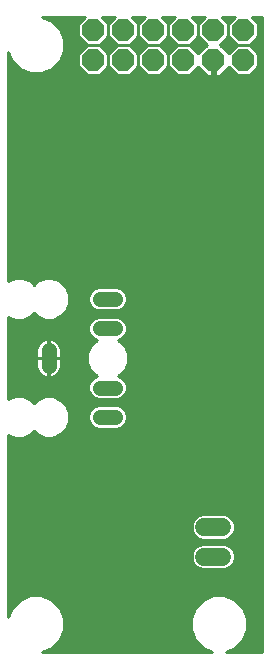
<source format=gbl>
G75*
%MOIN*%
%OFA0B0*%
%FSLAX25Y25*%
%IPPOS*%
%LPD*%
%AMOC8*
5,1,8,0,0,1.08239X$1,22.5*
%
%ADD10C,0.05118*%
%ADD11OC8,0.07400*%
%ADD12C,0.05937*%
%ADD13C,0.01000*%
D10*
X0046689Y0093075D02*
X0051807Y0093075D01*
X0051807Y0102917D02*
X0046689Y0102917D01*
X0046689Y0122602D02*
X0051807Y0122602D01*
X0051807Y0132445D02*
X0046689Y0132445D01*
X0029563Y0115319D02*
X0029563Y0110201D01*
D11*
X0044453Y0212091D03*
X0044453Y0222091D03*
X0054453Y0222091D03*
X0054453Y0212091D03*
X0064453Y0212091D03*
X0064453Y0222091D03*
X0074453Y0222091D03*
X0074453Y0212091D03*
X0084453Y0212091D03*
X0084453Y0222091D03*
X0094453Y0222091D03*
X0094453Y0212091D03*
D12*
X0087402Y0056421D02*
X0081465Y0056421D01*
X0081465Y0046579D02*
X0087402Y0046579D01*
D13*
X0016000Y0026403D02*
X0016000Y0087188D01*
X0018355Y0086213D01*
X0021085Y0086213D01*
X0023608Y0087257D01*
X0024642Y0088291D01*
X0025676Y0087257D01*
X0028198Y0086213D01*
X0030928Y0086213D01*
X0033450Y0087257D01*
X0035380Y0089188D01*
X0036425Y0091710D01*
X0036425Y0094440D01*
X0035380Y0096962D01*
X0033450Y0098892D01*
X0030928Y0099937D01*
X0028198Y0099937D01*
X0025676Y0098892D01*
X0024642Y0097858D01*
X0023608Y0098892D01*
X0021085Y0099937D01*
X0018355Y0099937D01*
X0016000Y0098961D01*
X0016000Y0126558D01*
X0018355Y0125583D01*
X0021085Y0125583D01*
X0023608Y0126627D01*
X0024642Y0127662D01*
X0025676Y0126627D01*
X0028198Y0125583D01*
X0030928Y0125583D01*
X0033450Y0126627D01*
X0035380Y0128558D01*
X0036425Y0131080D01*
X0036425Y0133810D01*
X0035380Y0136332D01*
X0033450Y0138262D01*
X0030928Y0139307D01*
X0028198Y0139307D01*
X0025676Y0138262D01*
X0024642Y0137228D01*
X0023608Y0138262D01*
X0021085Y0139307D01*
X0018355Y0139307D01*
X0016000Y0138331D01*
X0016000Y0214865D01*
X0017289Y0211752D01*
X0019941Y0209100D01*
X0023405Y0207666D01*
X0027154Y0207666D01*
X0030618Y0209100D01*
X0033270Y0211752D01*
X0034705Y0215216D01*
X0034705Y0218965D01*
X0033270Y0222429D01*
X0030618Y0225081D01*
X0027505Y0226370D01*
X0041661Y0226370D01*
X0039453Y0224162D01*
X0039453Y0220019D01*
X0042382Y0217091D01*
X0046524Y0217091D01*
X0049453Y0220019D01*
X0052382Y0217091D01*
X0056524Y0217091D01*
X0059453Y0220019D01*
X0062382Y0217091D01*
X0066524Y0217091D01*
X0069453Y0220019D01*
X0072382Y0217091D01*
X0076524Y0217091D01*
X0079453Y0220019D01*
X0082240Y0217232D01*
X0079311Y0214303D01*
X0076524Y0217091D01*
X0072382Y0217091D01*
X0069453Y0214162D01*
X0069453Y0210019D01*
X0072382Y0207091D01*
X0076524Y0207091D01*
X0079311Y0209878D01*
X0082299Y0206891D01*
X0083953Y0206891D01*
X0083953Y0211590D01*
X0084953Y0211590D01*
X0084953Y0206891D01*
X0086607Y0206891D01*
X0089594Y0209878D01*
X0092382Y0207091D01*
X0096524Y0207091D01*
X0099453Y0210019D01*
X0099453Y0214162D01*
X0096524Y0217091D01*
X0099453Y0220019D01*
X0099453Y0224162D01*
X0097244Y0226370D01*
X0100701Y0226370D01*
X0100701Y0014898D01*
X0088529Y0014898D01*
X0091642Y0016187D01*
X0094293Y0018838D01*
X0095728Y0022302D01*
X0095728Y0026052D01*
X0094293Y0029516D01*
X0091642Y0032167D01*
X0088178Y0033602D01*
X0084428Y0033602D01*
X0080964Y0032167D01*
X0078313Y0029516D01*
X0076878Y0026052D01*
X0076878Y0022302D01*
X0078313Y0018838D01*
X0080964Y0016187D01*
X0084077Y0014898D01*
X0027505Y0014898D01*
X0030618Y0016187D01*
X0033270Y0018838D01*
X0034705Y0022302D01*
X0034705Y0026052D01*
X0033270Y0029516D01*
X0030618Y0032167D01*
X0027154Y0033602D01*
X0023405Y0033602D01*
X0019941Y0032167D01*
X0017289Y0029516D01*
X0016000Y0026403D01*
X0016000Y0027372D02*
X0016401Y0027372D01*
X0016000Y0028370D02*
X0016815Y0028370D01*
X0017229Y0029369D02*
X0016000Y0029369D01*
X0016000Y0030368D02*
X0018141Y0030368D01*
X0019139Y0031366D02*
X0016000Y0031366D01*
X0016000Y0032365D02*
X0020417Y0032365D01*
X0022828Y0033363D02*
X0016000Y0033363D01*
X0016000Y0034362D02*
X0100701Y0034362D01*
X0100701Y0035360D02*
X0016000Y0035360D01*
X0016000Y0036359D02*
X0100701Y0036359D01*
X0100701Y0037357D02*
X0016000Y0037357D01*
X0016000Y0038356D02*
X0100701Y0038356D01*
X0100701Y0039354D02*
X0016000Y0039354D01*
X0016000Y0040353D02*
X0100701Y0040353D01*
X0100701Y0041351D02*
X0016000Y0041351D01*
X0016000Y0042350D02*
X0080520Y0042350D01*
X0080616Y0042310D02*
X0088251Y0042310D01*
X0089819Y0042960D01*
X0091020Y0044161D01*
X0091670Y0045730D01*
X0091670Y0047428D01*
X0091020Y0048997D01*
X0089819Y0050197D01*
X0088251Y0050847D01*
X0080616Y0050847D01*
X0079047Y0050197D01*
X0077846Y0048997D01*
X0077196Y0047428D01*
X0077196Y0045730D01*
X0077846Y0044161D01*
X0079047Y0042960D01*
X0080616Y0042310D01*
X0078659Y0043348D02*
X0016000Y0043348D01*
X0016000Y0044347D02*
X0077769Y0044347D01*
X0077355Y0045345D02*
X0016000Y0045345D01*
X0016000Y0046344D02*
X0077196Y0046344D01*
X0077196Y0047342D02*
X0016000Y0047342D01*
X0016000Y0048341D02*
X0077574Y0048341D01*
X0078188Y0049339D02*
X0016000Y0049339D01*
X0016000Y0050338D02*
X0079385Y0050338D01*
X0080176Y0052335D02*
X0016000Y0052335D01*
X0016000Y0053333D02*
X0078516Y0053333D01*
X0079047Y0052803D02*
X0080616Y0052153D01*
X0088251Y0052153D01*
X0089819Y0052803D01*
X0091020Y0054003D01*
X0091670Y0055572D01*
X0091670Y0057270D01*
X0091020Y0058839D01*
X0089819Y0060040D01*
X0088251Y0060690D01*
X0080616Y0060690D01*
X0079047Y0060040D01*
X0077846Y0058839D01*
X0077196Y0057270D01*
X0077196Y0055572D01*
X0077846Y0054003D01*
X0079047Y0052803D01*
X0077710Y0054332D02*
X0016000Y0054332D01*
X0016000Y0055330D02*
X0077296Y0055330D01*
X0077196Y0056329D02*
X0016000Y0056329D01*
X0016000Y0057327D02*
X0077220Y0057327D01*
X0077633Y0058326D02*
X0016000Y0058326D01*
X0016000Y0059324D02*
X0078331Y0059324D01*
X0079730Y0060323D02*
X0016000Y0060323D01*
X0016000Y0061321D02*
X0100701Y0061321D01*
X0100701Y0060323D02*
X0089136Y0060323D01*
X0090535Y0059324D02*
X0100701Y0059324D01*
X0100701Y0058326D02*
X0091233Y0058326D01*
X0091646Y0057327D02*
X0100701Y0057327D01*
X0100701Y0056329D02*
X0091670Y0056329D01*
X0091570Y0055330D02*
X0100701Y0055330D01*
X0100701Y0054332D02*
X0091156Y0054332D01*
X0090350Y0053333D02*
X0100701Y0053333D01*
X0100701Y0052335D02*
X0088690Y0052335D01*
X0089481Y0050338D02*
X0100701Y0050338D01*
X0100701Y0051336D02*
X0016000Y0051336D01*
X0016000Y0062320D02*
X0100701Y0062320D01*
X0100701Y0063318D02*
X0016000Y0063318D01*
X0016000Y0064317D02*
X0100701Y0064317D01*
X0100701Y0065315D02*
X0016000Y0065315D01*
X0016000Y0066314D02*
X0100701Y0066314D01*
X0100701Y0067312D02*
X0016000Y0067312D01*
X0016000Y0068311D02*
X0100701Y0068311D01*
X0100701Y0069309D02*
X0016000Y0069309D01*
X0016000Y0070308D02*
X0100701Y0070308D01*
X0100701Y0071306D02*
X0016000Y0071306D01*
X0016000Y0072305D02*
X0100701Y0072305D01*
X0100701Y0073303D02*
X0016000Y0073303D01*
X0016000Y0074302D02*
X0100701Y0074302D01*
X0100701Y0075301D02*
X0016000Y0075301D01*
X0016000Y0076299D02*
X0100701Y0076299D01*
X0100701Y0077298D02*
X0016000Y0077298D01*
X0016000Y0078296D02*
X0100701Y0078296D01*
X0100701Y0079295D02*
X0016000Y0079295D01*
X0016000Y0080293D02*
X0100701Y0080293D01*
X0100701Y0081292D02*
X0016000Y0081292D01*
X0016000Y0082290D02*
X0100701Y0082290D01*
X0100701Y0083289D02*
X0016000Y0083289D01*
X0016000Y0084287D02*
X0100701Y0084287D01*
X0100701Y0085286D02*
X0016000Y0085286D01*
X0016000Y0086284D02*
X0018183Y0086284D01*
X0021258Y0086284D02*
X0028025Y0086284D01*
X0025651Y0087283D02*
X0023633Y0087283D01*
X0024631Y0088281D02*
X0024652Y0088281D01*
X0025050Y0098266D02*
X0024234Y0098266D01*
X0022708Y0099265D02*
X0026575Y0099265D01*
X0028379Y0106298D02*
X0027640Y0106604D01*
X0026975Y0107048D01*
X0026410Y0107613D01*
X0025966Y0108278D01*
X0025660Y0109017D01*
X0025504Y0109801D01*
X0025504Y0112669D01*
X0029472Y0112669D01*
X0029472Y0112850D01*
X0025504Y0112850D01*
X0025504Y0115719D01*
X0025660Y0116503D01*
X0025966Y0117242D01*
X0026410Y0117906D01*
X0026975Y0118472D01*
X0027640Y0118916D01*
X0028379Y0119222D01*
X0029163Y0119378D01*
X0029472Y0119378D01*
X0029472Y0112850D01*
X0029654Y0112850D01*
X0033622Y0112850D01*
X0033622Y0115719D01*
X0033466Y0116503D01*
X0033160Y0117242D01*
X0032716Y0117906D01*
X0032150Y0118472D01*
X0031486Y0118916D01*
X0030747Y0119222D01*
X0029963Y0119378D01*
X0029654Y0119378D01*
X0029654Y0112850D01*
X0029654Y0112669D01*
X0033622Y0112669D01*
X0033622Y0109801D01*
X0033466Y0109017D01*
X0033160Y0108278D01*
X0032716Y0107613D01*
X0032150Y0107048D01*
X0031486Y0106604D01*
X0030747Y0106298D01*
X0029963Y0106142D01*
X0029654Y0106142D01*
X0029654Y0112669D01*
X0029472Y0112669D01*
X0029472Y0106142D01*
X0029163Y0106142D01*
X0028379Y0106298D01*
X0028597Y0106254D02*
X0016000Y0106254D01*
X0016000Y0105256D02*
X0043570Y0105256D01*
X0043417Y0105103D02*
X0042830Y0103685D01*
X0042830Y0102150D01*
X0043417Y0100731D01*
X0044503Y0099646D01*
X0045921Y0099058D01*
X0052575Y0099058D01*
X0053993Y0099646D01*
X0055079Y0100731D01*
X0055666Y0102150D01*
X0055666Y0103685D01*
X0055079Y0105103D01*
X0053993Y0106189D01*
X0052655Y0106743D01*
X0053135Y0106942D01*
X0055066Y0108873D01*
X0056110Y0111395D01*
X0056110Y0114125D01*
X0055066Y0116647D01*
X0053135Y0118577D01*
X0052655Y0118776D01*
X0053993Y0119331D01*
X0055079Y0120416D01*
X0055666Y0121835D01*
X0055666Y0123370D01*
X0055079Y0124788D01*
X0053993Y0125874D01*
X0052575Y0126461D01*
X0045921Y0126461D01*
X0044503Y0125874D01*
X0043417Y0124788D01*
X0042830Y0123370D01*
X0042830Y0121835D01*
X0043417Y0120416D01*
X0044503Y0119331D01*
X0045841Y0118776D01*
X0045361Y0118577D01*
X0043431Y0116647D01*
X0042386Y0114125D01*
X0042386Y0111395D01*
X0043431Y0108873D01*
X0045361Y0106942D01*
X0045841Y0106743D01*
X0044503Y0106189D01*
X0043417Y0105103D01*
X0043067Y0104257D02*
X0016000Y0104257D01*
X0016000Y0103259D02*
X0042830Y0103259D01*
X0042830Y0102260D02*
X0016000Y0102260D01*
X0016000Y0101262D02*
X0043198Y0101262D01*
X0043885Y0100263D02*
X0016000Y0100263D01*
X0016000Y0099265D02*
X0016733Y0099265D01*
X0016000Y0107253D02*
X0026771Y0107253D01*
X0025984Y0108251D02*
X0016000Y0108251D01*
X0016000Y0109250D02*
X0025614Y0109250D01*
X0025504Y0110248D02*
X0016000Y0110248D01*
X0016000Y0111247D02*
X0025504Y0111247D01*
X0025504Y0112245D02*
X0016000Y0112245D01*
X0016000Y0113244D02*
X0025504Y0113244D01*
X0025504Y0114242D02*
X0016000Y0114242D01*
X0016000Y0115241D02*
X0025504Y0115241D01*
X0025608Y0116239D02*
X0016000Y0116239D01*
X0016000Y0117238D02*
X0025964Y0117238D01*
X0026740Y0118237D02*
X0016000Y0118237D01*
X0016000Y0119235D02*
X0028445Y0119235D01*
X0029472Y0119235D02*
X0029654Y0119235D01*
X0029654Y0118237D02*
X0029472Y0118237D01*
X0029472Y0117238D02*
X0029654Y0117238D01*
X0029654Y0116239D02*
X0029472Y0116239D01*
X0029472Y0115241D02*
X0029654Y0115241D01*
X0029654Y0114242D02*
X0029472Y0114242D01*
X0029472Y0113244D02*
X0029654Y0113244D01*
X0029654Y0112245D02*
X0029472Y0112245D01*
X0029472Y0111247D02*
X0029654Y0111247D01*
X0029654Y0110248D02*
X0029472Y0110248D01*
X0029472Y0109250D02*
X0029654Y0109250D01*
X0029654Y0108251D02*
X0029472Y0108251D01*
X0029472Y0107253D02*
X0029654Y0107253D01*
X0029654Y0106254D02*
X0029472Y0106254D01*
X0030529Y0106254D02*
X0044661Y0106254D01*
X0045050Y0107253D02*
X0032355Y0107253D01*
X0033142Y0108251D02*
X0044052Y0108251D01*
X0043274Y0109250D02*
X0033512Y0109250D01*
X0033622Y0110248D02*
X0042861Y0110248D01*
X0042447Y0111247D02*
X0033622Y0111247D01*
X0033622Y0112245D02*
X0042386Y0112245D01*
X0042386Y0113244D02*
X0033622Y0113244D01*
X0033622Y0114242D02*
X0042435Y0114242D01*
X0042848Y0115241D02*
X0033622Y0115241D01*
X0033518Y0116239D02*
X0043262Y0116239D01*
X0044022Y0117238D02*
X0033162Y0117238D01*
X0032386Y0118237D02*
X0045020Y0118237D01*
X0044734Y0119235D02*
X0030681Y0119235D01*
X0032478Y0126225D02*
X0045350Y0126225D01*
X0043855Y0125226D02*
X0016000Y0125226D01*
X0016000Y0124228D02*
X0043185Y0124228D01*
X0042830Y0123229D02*
X0016000Y0123229D01*
X0016000Y0122231D02*
X0042830Y0122231D01*
X0043080Y0121232D02*
X0016000Y0121232D01*
X0016000Y0120234D02*
X0043600Y0120234D01*
X0045921Y0128586D02*
X0052575Y0128586D01*
X0053993Y0129173D01*
X0055079Y0130259D01*
X0055666Y0131677D01*
X0055666Y0133212D01*
X0055079Y0134631D01*
X0053993Y0135716D01*
X0052575Y0136304D01*
X0045921Y0136304D01*
X0044503Y0135716D01*
X0043417Y0134631D01*
X0042830Y0133212D01*
X0042830Y0131677D01*
X0043417Y0130259D01*
X0044503Y0129173D01*
X0045921Y0128586D01*
X0044456Y0129220D02*
X0035655Y0129220D01*
X0036068Y0130219D02*
X0043458Y0130219D01*
X0043020Y0131217D02*
X0036425Y0131217D01*
X0036425Y0132216D02*
X0042830Y0132216D01*
X0042831Y0133214D02*
X0036425Y0133214D01*
X0036258Y0134213D02*
X0043244Y0134213D01*
X0043998Y0135211D02*
X0035845Y0135211D01*
X0035431Y0136210D02*
X0045694Y0136210D01*
X0052802Y0136210D02*
X0100701Y0136210D01*
X0100701Y0137208D02*
X0034504Y0137208D01*
X0033506Y0138207D02*
X0100701Y0138207D01*
X0100701Y0139205D02*
X0031174Y0139205D01*
X0027952Y0139205D02*
X0021331Y0139205D01*
X0023663Y0138207D02*
X0025620Y0138207D01*
X0025080Y0127223D02*
X0024203Y0127223D01*
X0022635Y0126225D02*
X0026648Y0126225D01*
X0034046Y0127223D02*
X0100701Y0127223D01*
X0100701Y0126225D02*
X0053146Y0126225D01*
X0054641Y0125226D02*
X0100701Y0125226D01*
X0100701Y0124228D02*
X0055311Y0124228D01*
X0055666Y0123229D02*
X0100701Y0123229D01*
X0100701Y0122231D02*
X0055666Y0122231D01*
X0055416Y0121232D02*
X0100701Y0121232D01*
X0100701Y0120234D02*
X0054896Y0120234D01*
X0053762Y0119235D02*
X0100701Y0119235D01*
X0100701Y0118237D02*
X0053476Y0118237D01*
X0054474Y0117238D02*
X0100701Y0117238D01*
X0100701Y0116239D02*
X0055234Y0116239D01*
X0055648Y0115241D02*
X0100701Y0115241D01*
X0100701Y0114242D02*
X0056062Y0114242D01*
X0056110Y0113244D02*
X0100701Y0113244D01*
X0100701Y0112245D02*
X0056110Y0112245D01*
X0056049Y0111247D02*
X0100701Y0111247D01*
X0100701Y0110248D02*
X0055635Y0110248D01*
X0055222Y0109250D02*
X0100701Y0109250D01*
X0100701Y0108251D02*
X0054444Y0108251D01*
X0053446Y0107253D02*
X0100701Y0107253D01*
X0100701Y0106254D02*
X0053835Y0106254D01*
X0054926Y0105256D02*
X0100701Y0105256D01*
X0100701Y0104257D02*
X0055429Y0104257D01*
X0055666Y0103259D02*
X0100701Y0103259D01*
X0100701Y0102260D02*
X0055666Y0102260D01*
X0055298Y0101262D02*
X0100701Y0101262D01*
X0100701Y0100263D02*
X0054611Y0100263D01*
X0053073Y0099265D02*
X0100701Y0099265D01*
X0100701Y0098266D02*
X0034076Y0098266D01*
X0035075Y0097268D02*
X0100701Y0097268D01*
X0100701Y0096269D02*
X0054070Y0096269D01*
X0053993Y0096346D02*
X0052575Y0096934D01*
X0045921Y0096934D01*
X0044503Y0096346D01*
X0043417Y0095261D01*
X0042830Y0093842D01*
X0042830Y0092307D01*
X0043417Y0090889D01*
X0044503Y0089803D01*
X0045921Y0089216D01*
X0052575Y0089216D01*
X0053993Y0089803D01*
X0055079Y0090889D01*
X0055666Y0092307D01*
X0055666Y0093842D01*
X0055079Y0095261D01*
X0053993Y0096346D01*
X0055069Y0095271D02*
X0100701Y0095271D01*
X0100701Y0094272D02*
X0055488Y0094272D01*
X0055666Y0093274D02*
X0100701Y0093274D01*
X0100701Y0092275D02*
X0055653Y0092275D01*
X0055239Y0091277D02*
X0100701Y0091277D01*
X0100701Y0090278D02*
X0054468Y0090278D01*
X0052729Y0089280D02*
X0100701Y0089280D01*
X0100701Y0088281D02*
X0034474Y0088281D01*
X0035419Y0089280D02*
X0045767Y0089280D01*
X0044028Y0090278D02*
X0035832Y0090278D01*
X0036246Y0091277D02*
X0043257Y0091277D01*
X0042843Y0092275D02*
X0036425Y0092275D01*
X0036425Y0093274D02*
X0042830Y0093274D01*
X0043008Y0094272D02*
X0036425Y0094272D01*
X0036081Y0095271D02*
X0043427Y0095271D01*
X0044426Y0096269D02*
X0035667Y0096269D01*
X0032551Y0099265D02*
X0045423Y0099265D01*
X0033475Y0087283D02*
X0100701Y0087283D01*
X0100701Y0086284D02*
X0031101Y0086284D01*
X0016806Y0126225D02*
X0016000Y0126225D01*
X0016000Y0139205D02*
X0018110Y0139205D01*
X0016000Y0140204D02*
X0100701Y0140204D01*
X0100701Y0141202D02*
X0016000Y0141202D01*
X0016000Y0142201D02*
X0100701Y0142201D01*
X0100701Y0143199D02*
X0016000Y0143199D01*
X0016000Y0144198D02*
X0100701Y0144198D01*
X0100701Y0145196D02*
X0016000Y0145196D01*
X0016000Y0146195D02*
X0100701Y0146195D01*
X0100701Y0147193D02*
X0016000Y0147193D01*
X0016000Y0148192D02*
X0100701Y0148192D01*
X0100701Y0149190D02*
X0016000Y0149190D01*
X0016000Y0150189D02*
X0100701Y0150189D01*
X0100701Y0151187D02*
X0016000Y0151187D01*
X0016000Y0152186D02*
X0100701Y0152186D01*
X0100701Y0153184D02*
X0016000Y0153184D01*
X0016000Y0154183D02*
X0100701Y0154183D01*
X0100701Y0155181D02*
X0016000Y0155181D01*
X0016000Y0156180D02*
X0100701Y0156180D01*
X0100701Y0157178D02*
X0016000Y0157178D01*
X0016000Y0158177D02*
X0100701Y0158177D01*
X0100701Y0159175D02*
X0016000Y0159175D01*
X0016000Y0160174D02*
X0100701Y0160174D01*
X0100701Y0161172D02*
X0016000Y0161172D01*
X0016000Y0162171D02*
X0100701Y0162171D01*
X0100701Y0163170D02*
X0016000Y0163170D01*
X0016000Y0164168D02*
X0100701Y0164168D01*
X0100701Y0165167D02*
X0016000Y0165167D01*
X0016000Y0166165D02*
X0100701Y0166165D01*
X0100701Y0167164D02*
X0016000Y0167164D01*
X0016000Y0168162D02*
X0100701Y0168162D01*
X0100701Y0169161D02*
X0016000Y0169161D01*
X0016000Y0170159D02*
X0100701Y0170159D01*
X0100701Y0171158D02*
X0016000Y0171158D01*
X0016000Y0172156D02*
X0100701Y0172156D01*
X0100701Y0173155D02*
X0016000Y0173155D01*
X0016000Y0174153D02*
X0100701Y0174153D01*
X0100701Y0175152D02*
X0016000Y0175152D01*
X0016000Y0176150D02*
X0100701Y0176150D01*
X0100701Y0177149D02*
X0016000Y0177149D01*
X0016000Y0178147D02*
X0100701Y0178147D01*
X0100701Y0179146D02*
X0016000Y0179146D01*
X0016000Y0180144D02*
X0100701Y0180144D01*
X0100701Y0181143D02*
X0016000Y0181143D01*
X0016000Y0182141D02*
X0100701Y0182141D01*
X0100701Y0183140D02*
X0016000Y0183140D01*
X0016000Y0184138D02*
X0100701Y0184138D01*
X0100701Y0185137D02*
X0016000Y0185137D01*
X0016000Y0186135D02*
X0100701Y0186135D01*
X0100701Y0187134D02*
X0016000Y0187134D01*
X0016000Y0188132D02*
X0100701Y0188132D01*
X0100701Y0189131D02*
X0016000Y0189131D01*
X0016000Y0190129D02*
X0100701Y0190129D01*
X0100701Y0191128D02*
X0016000Y0191128D01*
X0016000Y0192126D02*
X0100701Y0192126D01*
X0100701Y0193125D02*
X0016000Y0193125D01*
X0016000Y0194123D02*
X0100701Y0194123D01*
X0100701Y0195122D02*
X0016000Y0195122D01*
X0016000Y0196120D02*
X0100701Y0196120D01*
X0100701Y0197119D02*
X0016000Y0197119D01*
X0016000Y0198117D02*
X0100701Y0198117D01*
X0100701Y0199116D02*
X0016000Y0199116D01*
X0016000Y0200114D02*
X0100701Y0200114D01*
X0100701Y0201113D02*
X0016000Y0201113D01*
X0016000Y0202111D02*
X0100701Y0202111D01*
X0100701Y0203110D02*
X0016000Y0203110D01*
X0016000Y0204108D02*
X0100701Y0204108D01*
X0100701Y0205107D02*
X0016000Y0205107D01*
X0016000Y0206105D02*
X0100701Y0206105D01*
X0100701Y0207104D02*
X0096537Y0207104D01*
X0097536Y0208103D02*
X0100701Y0208103D01*
X0100701Y0209101D02*
X0098534Y0209101D01*
X0099453Y0210100D02*
X0100701Y0210100D01*
X0100701Y0211098D02*
X0099453Y0211098D01*
X0099453Y0212097D02*
X0100701Y0212097D01*
X0100701Y0213095D02*
X0099453Y0213095D01*
X0099453Y0214094D02*
X0100701Y0214094D01*
X0100701Y0215092D02*
X0098522Y0215092D01*
X0097524Y0216091D02*
X0100701Y0216091D01*
X0100701Y0217089D02*
X0096525Y0217089D01*
X0096524Y0217091D02*
X0092382Y0217091D01*
X0096524Y0217091D01*
X0097521Y0218088D02*
X0100701Y0218088D01*
X0100701Y0219086D02*
X0098519Y0219086D01*
X0099453Y0220085D02*
X0100701Y0220085D01*
X0100701Y0221083D02*
X0099453Y0221083D01*
X0099453Y0222082D02*
X0100701Y0222082D01*
X0100701Y0223080D02*
X0099453Y0223080D01*
X0099453Y0224079D02*
X0100701Y0224079D01*
X0100701Y0225077D02*
X0098537Y0225077D01*
X0097539Y0226076D02*
X0100701Y0226076D01*
X0092382Y0217091D02*
X0089453Y0220019D01*
X0089453Y0224162D01*
X0091661Y0226370D01*
X0087244Y0226370D01*
X0089453Y0224162D01*
X0089453Y0220019D01*
X0086665Y0217232D01*
X0089594Y0214303D01*
X0092382Y0217091D01*
X0092380Y0217089D02*
X0086808Y0217089D01*
X0087521Y0218088D02*
X0091385Y0218088D01*
X0090386Y0219086D02*
X0088519Y0219086D01*
X0089453Y0220085D02*
X0089453Y0220085D01*
X0089453Y0221083D02*
X0089453Y0221083D01*
X0089453Y0222082D02*
X0089453Y0222082D01*
X0089453Y0223080D02*
X0089453Y0223080D01*
X0089453Y0224079D02*
X0089453Y0224079D01*
X0090368Y0225077D02*
X0088537Y0225077D01*
X0087539Y0226076D02*
X0091367Y0226076D01*
X0091382Y0216091D02*
X0087807Y0216091D01*
X0088805Y0215092D02*
X0090383Y0215092D01*
X0090371Y0209101D02*
X0088817Y0209101D01*
X0087819Y0208103D02*
X0091370Y0208103D01*
X0092368Y0207104D02*
X0086820Y0207104D01*
X0084953Y0207104D02*
X0083953Y0207104D01*
X0083953Y0208103D02*
X0084953Y0208103D01*
X0084953Y0209101D02*
X0083953Y0209101D01*
X0083953Y0210100D02*
X0084953Y0210100D01*
X0084953Y0211098D02*
X0083953Y0211098D01*
X0082085Y0207104D02*
X0076537Y0207104D01*
X0077536Y0208103D02*
X0081087Y0208103D01*
X0080088Y0209101D02*
X0078534Y0209101D01*
X0078522Y0215092D02*
X0080100Y0215092D01*
X0081099Y0216091D02*
X0077524Y0216091D01*
X0076525Y0217089D02*
X0082097Y0217089D01*
X0081385Y0218088D02*
X0077521Y0218088D01*
X0078519Y0219086D02*
X0080386Y0219086D01*
X0079453Y0220019D02*
X0079453Y0224162D01*
X0081661Y0226370D01*
X0077244Y0226370D01*
X0079453Y0224162D01*
X0079453Y0220019D01*
X0079453Y0220085D02*
X0079453Y0220085D01*
X0079453Y0221083D02*
X0079453Y0221083D01*
X0079453Y0222082D02*
X0079453Y0222082D01*
X0079453Y0223080D02*
X0079453Y0223080D01*
X0079453Y0224079D02*
X0079453Y0224079D01*
X0080368Y0225077D02*
X0078537Y0225077D01*
X0077539Y0226076D02*
X0081367Y0226076D01*
X0072380Y0217089D02*
X0066525Y0217089D01*
X0066524Y0217091D02*
X0062382Y0217091D01*
X0059453Y0214162D01*
X0059453Y0210019D01*
X0062382Y0207091D01*
X0066524Y0207091D01*
X0069453Y0210019D01*
X0069453Y0214162D01*
X0066524Y0217091D01*
X0067521Y0218088D02*
X0071385Y0218088D01*
X0070386Y0219086D02*
X0068519Y0219086D01*
X0069453Y0220019D02*
X0069453Y0224162D01*
X0069453Y0220019D01*
X0069453Y0220085D02*
X0069453Y0220085D01*
X0069453Y0221083D02*
X0069453Y0221083D01*
X0069453Y0222082D02*
X0069453Y0222082D01*
X0069453Y0223080D02*
X0069453Y0223080D01*
X0069453Y0224079D02*
X0069453Y0224079D01*
X0069453Y0224162D02*
X0071661Y0226370D01*
X0067244Y0226370D01*
X0069453Y0224162D01*
X0068537Y0225077D02*
X0070368Y0225077D01*
X0071367Y0226076D02*
X0067539Y0226076D01*
X0067524Y0216091D02*
X0071382Y0216091D01*
X0070383Y0215092D02*
X0068522Y0215092D01*
X0069453Y0214094D02*
X0069453Y0214094D01*
X0069453Y0213095D02*
X0069453Y0213095D01*
X0069453Y0212097D02*
X0069453Y0212097D01*
X0069453Y0211098D02*
X0069453Y0211098D01*
X0069453Y0210100D02*
X0069453Y0210100D01*
X0070371Y0209101D02*
X0068534Y0209101D01*
X0067536Y0208103D02*
X0071370Y0208103D01*
X0072368Y0207104D02*
X0066537Y0207104D01*
X0062368Y0207104D02*
X0056537Y0207104D01*
X0056524Y0207091D02*
X0059453Y0210019D01*
X0059453Y0214162D01*
X0056524Y0217091D01*
X0052382Y0217091D01*
X0049453Y0214162D01*
X0049453Y0210019D01*
X0052382Y0207091D01*
X0056524Y0207091D01*
X0057536Y0208103D02*
X0061370Y0208103D01*
X0060371Y0209101D02*
X0058534Y0209101D01*
X0059453Y0210100D02*
X0059453Y0210100D01*
X0059453Y0211098D02*
X0059453Y0211098D01*
X0059453Y0212097D02*
X0059453Y0212097D01*
X0059453Y0213095D02*
X0059453Y0213095D01*
X0059453Y0214094D02*
X0059453Y0214094D01*
X0058522Y0215092D02*
X0060383Y0215092D01*
X0061382Y0216091D02*
X0057524Y0216091D01*
X0056525Y0217089D02*
X0062380Y0217089D01*
X0061385Y0218088D02*
X0057521Y0218088D01*
X0058519Y0219086D02*
X0060386Y0219086D01*
X0059453Y0220019D02*
X0059453Y0224162D01*
X0061661Y0226370D01*
X0057244Y0226370D01*
X0059453Y0224162D01*
X0059453Y0220019D01*
X0059453Y0220085D02*
X0059453Y0220085D01*
X0059453Y0221083D02*
X0059453Y0221083D01*
X0059453Y0222082D02*
X0059453Y0222082D01*
X0059453Y0223080D02*
X0059453Y0223080D01*
X0059453Y0224079D02*
X0059453Y0224079D01*
X0060368Y0225077D02*
X0058537Y0225077D01*
X0057539Y0226076D02*
X0061367Y0226076D01*
X0052380Y0217089D02*
X0046525Y0217089D01*
X0046524Y0217091D02*
X0042382Y0217091D01*
X0039453Y0214162D01*
X0039453Y0210019D01*
X0042382Y0207091D01*
X0046524Y0207091D01*
X0049453Y0210019D01*
X0049453Y0214162D01*
X0046524Y0217091D01*
X0047521Y0218088D02*
X0051385Y0218088D01*
X0050386Y0219086D02*
X0048519Y0219086D01*
X0049453Y0220019D02*
X0049453Y0224162D01*
X0049453Y0220019D01*
X0049453Y0220085D02*
X0049453Y0220085D01*
X0049453Y0221083D02*
X0049453Y0221083D01*
X0049453Y0222082D02*
X0049453Y0222082D01*
X0049453Y0223080D02*
X0049453Y0223080D01*
X0049453Y0224079D02*
X0049453Y0224079D01*
X0049453Y0224162D02*
X0051661Y0226370D01*
X0047244Y0226370D01*
X0049453Y0224162D01*
X0048537Y0225077D02*
X0050368Y0225077D01*
X0051367Y0226076D02*
X0047539Y0226076D01*
X0047524Y0216091D02*
X0051382Y0216091D01*
X0050383Y0215092D02*
X0048522Y0215092D01*
X0049453Y0214094D02*
X0049453Y0214094D01*
X0049453Y0213095D02*
X0049453Y0213095D01*
X0049453Y0212097D02*
X0049453Y0212097D01*
X0049453Y0211098D02*
X0049453Y0211098D01*
X0049453Y0210100D02*
X0049453Y0210100D01*
X0050371Y0209101D02*
X0048534Y0209101D01*
X0047536Y0208103D02*
X0051370Y0208103D01*
X0052368Y0207104D02*
X0046537Y0207104D01*
X0042368Y0207104D02*
X0016000Y0207104D01*
X0016000Y0208103D02*
X0022350Y0208103D01*
X0019940Y0209101D02*
X0016000Y0209101D01*
X0016000Y0210100D02*
X0018942Y0210100D01*
X0017943Y0211098D02*
X0016000Y0211098D01*
X0016000Y0212097D02*
X0017147Y0212097D01*
X0016733Y0213095D02*
X0016000Y0213095D01*
X0016000Y0214094D02*
X0016319Y0214094D01*
X0028209Y0208103D02*
X0041370Y0208103D01*
X0040371Y0209101D02*
X0030619Y0209101D01*
X0031617Y0210100D02*
X0039453Y0210100D01*
X0039453Y0211098D02*
X0032616Y0211098D01*
X0033412Y0212097D02*
X0039453Y0212097D01*
X0039453Y0213095D02*
X0033826Y0213095D01*
X0034240Y0214094D02*
X0039453Y0214094D01*
X0040383Y0215092D02*
X0034653Y0215092D01*
X0034705Y0216091D02*
X0041382Y0216091D01*
X0042380Y0217089D02*
X0034705Y0217089D01*
X0034705Y0218088D02*
X0041385Y0218088D01*
X0040386Y0219086D02*
X0034654Y0219086D01*
X0034241Y0220085D02*
X0039453Y0220085D01*
X0039453Y0221083D02*
X0033827Y0221083D01*
X0033414Y0222082D02*
X0039453Y0222082D01*
X0039453Y0223080D02*
X0032619Y0223080D01*
X0031620Y0224079D02*
X0039453Y0224079D01*
X0040368Y0225077D02*
X0030622Y0225077D01*
X0028216Y0226076D02*
X0041367Y0226076D01*
X0054498Y0135211D02*
X0100701Y0135211D01*
X0100701Y0134213D02*
X0055252Y0134213D01*
X0055665Y0133214D02*
X0100701Y0133214D01*
X0100701Y0132216D02*
X0055666Y0132216D01*
X0055476Y0131217D02*
X0100701Y0131217D01*
X0100701Y0130219D02*
X0055038Y0130219D01*
X0054040Y0129220D02*
X0100701Y0129220D01*
X0100701Y0128222D02*
X0035044Y0128222D01*
X0027732Y0033363D02*
X0083851Y0033363D01*
X0081441Y0032365D02*
X0030142Y0032365D01*
X0031420Y0031366D02*
X0080163Y0031366D01*
X0079165Y0030368D02*
X0032418Y0030368D01*
X0033331Y0029369D02*
X0078252Y0029369D01*
X0077839Y0028370D02*
X0033744Y0028370D01*
X0034158Y0027372D02*
X0077425Y0027372D01*
X0077011Y0026373D02*
X0034571Y0026373D01*
X0034705Y0025375D02*
X0076878Y0025375D01*
X0076878Y0024376D02*
X0034705Y0024376D01*
X0034705Y0023378D02*
X0076878Y0023378D01*
X0076878Y0022379D02*
X0034705Y0022379D01*
X0034323Y0021381D02*
X0077260Y0021381D01*
X0077673Y0020382D02*
X0033909Y0020382D01*
X0033496Y0019384D02*
X0078087Y0019384D01*
X0078766Y0018385D02*
X0032817Y0018385D01*
X0031818Y0017387D02*
X0079764Y0017387D01*
X0080763Y0016388D02*
X0030820Y0016388D01*
X0028694Y0015390D02*
X0082889Y0015390D01*
X0089717Y0015390D02*
X0100701Y0015390D01*
X0100701Y0016388D02*
X0091843Y0016388D01*
X0092842Y0017387D02*
X0100701Y0017387D01*
X0100701Y0018385D02*
X0093840Y0018385D01*
X0094519Y0019384D02*
X0100701Y0019384D01*
X0100701Y0020382D02*
X0094933Y0020382D01*
X0095346Y0021381D02*
X0100701Y0021381D01*
X0100701Y0022379D02*
X0095728Y0022379D01*
X0095728Y0023378D02*
X0100701Y0023378D01*
X0100701Y0024376D02*
X0095728Y0024376D01*
X0095728Y0025375D02*
X0100701Y0025375D01*
X0100701Y0026373D02*
X0095595Y0026373D01*
X0095181Y0027372D02*
X0100701Y0027372D01*
X0100701Y0028370D02*
X0094768Y0028370D01*
X0094354Y0029369D02*
X0100701Y0029369D01*
X0100701Y0030368D02*
X0093442Y0030368D01*
X0092443Y0031366D02*
X0100701Y0031366D01*
X0100701Y0032365D02*
X0091166Y0032365D01*
X0088755Y0033363D02*
X0100701Y0033363D01*
X0100701Y0042350D02*
X0088346Y0042350D01*
X0090208Y0043348D02*
X0100701Y0043348D01*
X0100701Y0044347D02*
X0091097Y0044347D01*
X0091511Y0045345D02*
X0100701Y0045345D01*
X0100701Y0046344D02*
X0091670Y0046344D01*
X0091670Y0047342D02*
X0100701Y0047342D01*
X0100701Y0048341D02*
X0091292Y0048341D01*
X0090678Y0049339D02*
X0100701Y0049339D01*
M02*

</source>
